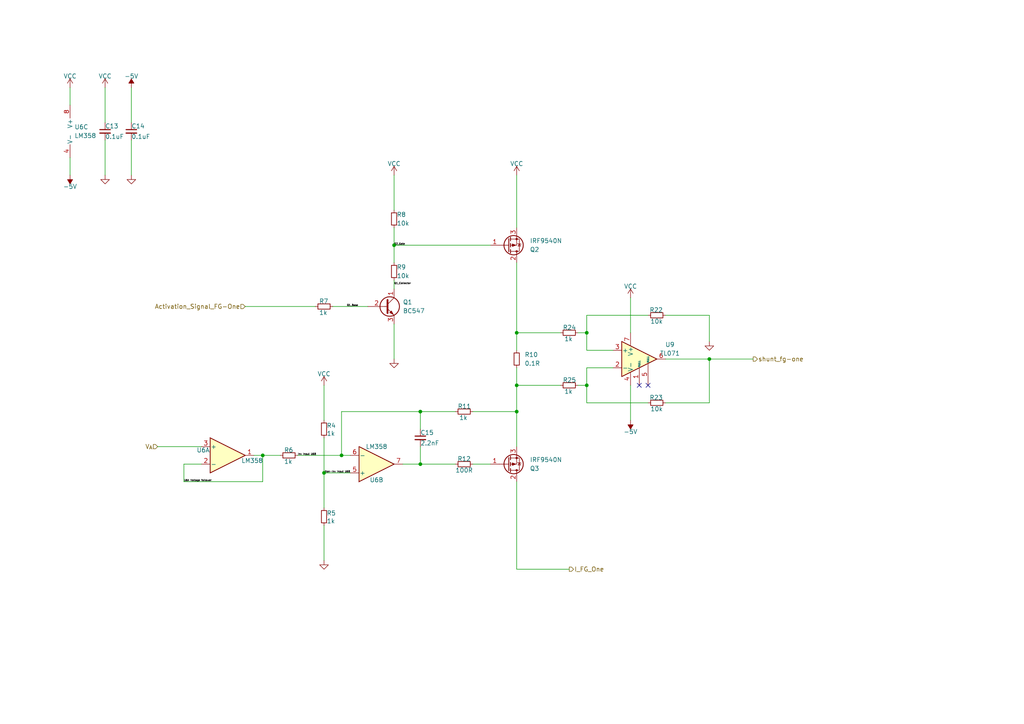
<source format=kicad_sch>
(kicad_sch (version 20230121) (generator eeschema)
  (paper "A4")
  (lib_symbols
    (symbol "Amplifier_Operational:LM358" (pin_names (offset 0.127))
      (property "Reference" "U" (at 0 5.08 0))
      (property "Value" "LM358" (at 0 -5.08 0))
      (symbol "LM358_1_1"
        (polyline (pts (xy -5.08 5.08) (xy 5.08 0) (xy -5.08 -5.08) (xy -5.08 5.08)) (stroke (width 0.254)) (fill (type background)))
        (pin output line (at 7.62 0 180) (length 2.54) (name "~") (number "1"))
        (pin input line (at -7.62 -2.54 0) (length 2.54) (name "-") (number "2"))
        (pin input line (at -7.62 2.54 0) (length 2.54) (name "+") (number "3"))
      )
      (symbol "LM358_2_1"
        (polyline (pts (xy -5.08 5.08) (xy 5.08 0) (xy -5.08 -5.08) (xy -5.08 5.08)) (stroke (width 0.254)) (fill (type background)))
        (pin input line (at -7.62 2.54 0) (length 2.54) (name "+") (number "5"))
        (pin input line (at -7.62 -2.54 0) (length 2.54) (name "-") (number "6"))
        (pin output line (at 7.62 0 180) (length 2.54) (name "~") (number "7"))
      )
      (symbol "LM358_3_1"
        (pin power_in line (at -2.54 -7.62 90) (length 3.81) (name "V-") (number "4"))
        (pin power_in line (at -2.54 7.62 270) (length 3.81) (name "V+") (number "8"))
      )
    )
    (symbol "Amplifier_Operational:TL071" (pin_names (offset 0.127))
      (property "Reference" "U" (at 0 6.35 0))
      (property "Value" "TL071" (at 0 3.81 0))
      (symbol "TL071_0_1"
        (polyline (pts (xy -5.08 5.08) (xy 5.08 0) (xy -5.08 -5.08) (xy -5.08 5.08)) (stroke (width 0.254)) (fill (type background)))
      )
      (symbol "TL071_1_1"
        (pin input line (at 0 -7.62 90) (length 5.08) (name "NULL") (number "1"))
        (pin input line (at -7.62 -2.54 0) (length 2.54) (name "-") (number "2"))
        (pin input line (at -7.62 2.54 0) (length 2.54) (name "+") (number "3"))
        (pin power_in line (at -2.54 -7.62 90) (length 3.81) (name "V-") (number "4"))
        (pin input line (at 2.54 -7.62 90) (length 6.35) (name "NULL") (number "5"))
        (pin output line (at 7.62 0 180) (length 2.54) (name "~") (number "6"))
        (pin power_in line (at -2.54 7.62 270) (length 3.81) (name "V+") (number "7"))
        (pin no_connect line (at 0 2.54 270) (length 2.54) hide (name "NC") (number "8"))
      )
    )
    (symbol "Device:C_Small" (pin_numbers hide) (pin_names (offset 0.254) hide)
      (property "Reference" "C" (at 0.254 1.778 0))
      (property "Value" "C_Small" (at 0.254 -2.032 0))
      (symbol "C_Small_0_1"
        (polyline (pts (xy -1.524 -0.508) (xy 1.524 -0.508)) (stroke (width 0.3302)))
        (polyline (pts (xy -1.524 0.508) (xy 1.524 0.508)) (stroke (width 0.3048)))
      )
      (symbol "C_Small_1_1"
        (pin passive line (at 0 2.54 270) (length 2.032) (name "~") (number "1"))
        (pin passive line (at 0 -2.54 90) (length 2.032) (name "~") (number "2"))
      )
    )
    (symbol "Device:R_Small" (pin_numbers hide) (pin_names (offset 0.254) hide)
      (property "Reference" "R" (at 0.762 0.508 0))
      (property "Value" "R_Small" (at 0.762 -1.016 0))
      (symbol "R_Small_0_1"
        (rectangle (start -0.762 1.778) (end 0.762 -1.778) (stroke (width 0.2032)))
      )
      (symbol "R_Small_1_1"
        (pin passive line (at 0 2.54 270) (length 0.762) (name "~") (number "1"))
        (pin passive line (at 0 -2.54 90) (length 0.762) (name "~") (number "2"))
      )
    )
    (symbol "Transistor_BJT:BC547" (pin_names (offset 0) hide)
      (property "Reference" "Q" (at 5.08 1.905 0))
      (property "Value" "BC547" (at 5.08 0 0))
      (symbol "BC547_0_1"
        (polyline (pts (xy 0 0) (xy 0.635 0)))
        (polyline (pts (xy 0.635 0.635) (xy 2.54 2.54)))
        (polyline (pts (xy 0.635 -0.635) (xy 2.54 -2.54) (xy 2.54 -2.54)))
        (polyline (pts (xy 0.635 1.905) (xy 0.635 -1.905) (xy 0.635 -1.905)) (stroke (width 0.508)))
        (polyline (pts (xy 1.27 -1.778) (xy 1.778 -1.27) (xy 2.286 -2.286) (xy 1.27 -1.778) (xy 1.27 -1.778)) (fill (type outline)))
        (circle (center 1.27 0) (radius 2.8194) (stroke (width 0.254)))
      )
      (symbol "BC547_1_1"
        (pin passive line (at 2.54 5.08 270) (length 2.54) (name "C") (number "1"))
        (pin input line (at -5.08 0 0) (length 5.08) (name "B") (number "2"))
        (pin passive line (at 2.54 -5.08 90) (length 2.54) (name "E") (number "3"))
      )
    )
    (symbol "Transistor_FET:IRF9540N" (pin_names hide)
      (property "Reference" "Q" (at 5.08 1.905 0))
      (property "Value" "IRF9540N" (at 5.08 0 0))
      (symbol "IRF9540N_0_1"
        (polyline (pts (xy 0.254 0) (xy -2.54 0)))
        (polyline (pts (xy 0.254 1.905) (xy 0.254 -1.905)) (stroke (width 0.254)))
        (polyline (pts (xy 0.762 -1.27) (xy 0.762 -2.286)) (stroke (width 0.254)))
        (polyline (pts (xy 0.762 0.508) (xy 0.762 -0.508)) (stroke (width 0.254)))
        (polyline (pts (xy 0.762 2.286) (xy 0.762 1.27)) (stroke (width 0.254)))
        (polyline (pts (xy 2.54 2.54) (xy 2.54 1.778)))
        (polyline (pts (xy 2.54 -2.54) (xy 2.54 0) (xy 0.762 0)))
        (polyline (pts (xy 0.762 1.778) (xy 3.302 1.778) (xy 3.302 -1.778) (xy 0.762 -1.778)))
        (polyline (pts (xy 2.286 0) (xy 1.27 0.381) (xy 1.27 -0.381) (xy 2.286 0)) (fill (type outline)))
        (polyline (pts (xy 2.794 -0.508) (xy 2.921 -0.381) (xy 3.683 -0.381) (xy 3.81 -0.254)))
        (polyline (pts (xy 3.302 -0.381) (xy 2.921 0.254) (xy 3.683 0.254) (xy 3.302 -0.381)))
        (circle (center 1.651 0) (radius 2.794) (stroke (width 0.254)))
        (circle (center 2.54 -1.778) (radius 0.254) (fill (type outline)))
        (circle (center 2.54 1.778) (radius 0.254) (fill (type outline)))
      )
      (symbol "IRF9540N_1_1"
        (pin input line (at -5.08 0 0) (length 2.54) (name "G") (number "1"))
        (pin passive line (at 2.54 5.08 270) (length 2.54) (name "D") (number "2"))
        (pin passive line (at 2.54 -5.08 90) (length 2.54) (name "S") (number "3"))
      )
    )
    (symbol "power:-5V" (power) (pin_names (offset 0))
      (property "Value" "-5V" (at 0 3.81 0))
      (symbol "-5V_0_0"
        (pin power_in line (at 0 0 90) (length 0) hide (name "-5V") (number "1"))
      )
      (symbol "-5V_0_1"
        (polyline (pts (xy 0 0) (xy 0 1.27) (xy 0.762 1.27) (xy 0 2.54) (xy -0.762 1.27) (xy 0 1.27)) (fill (type outline)))
      )
    )
    (symbol "power:GND" (power) (pin_names (offset 0))
      (property "Value" "GND" (at 0 -3.81 0))
      (symbol "GND_0_1"
        (polyline (pts (xy 0 0) (xy 0 -1.27) (xy 1.27 -1.27) (xy 0 -2.54) (xy -1.27 -1.27) (xy 0 -1.27)))
      )
      (symbol "GND_1_1"
        (pin power_in line (at 0 0 270) (length 0) hide (name "GND") (number "1"))
      )
    )
    (symbol "power:VCC" (power) (pin_names (offset 0))
      (property "Value" "VCC" (at 0 3.81 0))
      (symbol "VCC_0_1"
        (polyline (pts (xy -0.762 1.27) (xy 0 2.54)))
        (polyline (pts (xy 0 0) (xy 0 2.54)))
        (polyline (pts (xy 0 2.54) (xy 0.762 1.27)))
      )
      (symbol "VCC_1_1"
        (pin power_in line (at 0 0 90) (length 0) hide (name "VCC") (number "1"))
      )
    )
  )
  (junction (at 149.86 96.52))
  (junction (at 149.86 119.38))
  (junction (at 205.74 104.14))
  (junction (at 99.06 132.08))
  (junction (at 93.98 137.16))
  (junction (at 114.3 71.12))
  (junction (at 121.92 134.62))
  (junction (at 170.18 96.52))
  (junction (at 170.18 111.76))
  (junction (at 121.92 119.38))
  (junction (at 149.86 111.76))
  (junction (at 76.2 132.08))
  (no_connect (at 187.96 111.76))
  (no_connect (at 185.42 111.76))
  (wire (pts (xy 149.86 111.76) (xy 162.56 111.76)))
  (wire (pts (xy 193.04 104.14) (xy 205.74 104.14)))
  (wire (pts (xy 193.04 116.84) (xy 205.74 116.84)))
  (wire (pts (xy 93.98 111.76) (xy 93.98 121.92)))
  (wire (pts (xy 20.32 25.4) (xy 20.32 30.48)))
  (wire (pts (xy 137.16 134.62) (xy 142.24 134.62)))
  (wire (pts (xy 93.98 127) (xy 93.98 137.16)))
  (wire (pts (xy 38.1 25.4) (xy 38.1 35.56)))
  (wire (pts (xy 177.8 106.68) (xy 170.18 106.68)))
  (wire (pts (xy 170.18 106.68) (xy 170.18 111.76)))
  (wire (pts (xy 170.18 116.84) (xy 187.96 116.84)))
  (wire (pts (xy 193.04 91.44) (xy 205.74 91.44)))
  (wire (pts (xy 142.24 71.12) (xy 114.3 71.12)))
  (wire (pts (xy 20.32 45.72) (xy 20.32 50.8)))
  (wire (pts (xy 30.48 25.4) (xy 30.48 35.56)))
  (wire (pts (xy 170.18 101.6) (xy 170.18 96.52)))
  (wire (pts (xy 114.3 81.28) (xy 114.3 83.82)))
  (wire (pts (xy 38.1 40.64) (xy 38.1 50.8)))
  (wire (pts (xy 177.8 101.6) (xy 170.18 101.6)))
  (wire (pts (xy 205.74 104.14) (xy 218.44 104.14)))
  (wire (pts (xy 132.08 119.38) (xy 121.92 119.38)))
  (wire (pts (xy 149.86 165.1) (xy 165.1 165.1)))
  (wire (pts (xy 149.86 96.52) (xy 149.86 101.6)))
  (wire (pts (xy 93.98 137.16) (xy 93.98 147.32)))
  (wire (pts (xy 121.92 119.38) (xy 121.92 124.46)))
  (wire (pts (xy 149.86 76.2) (xy 149.86 96.52)))
  (wire (pts (xy 167.64 96.52) (xy 170.18 96.52)))
  (wire (pts (xy 121.92 119.38) (xy 99.06 119.38)))
  (wire (pts (xy 121.92 129.54) (xy 121.92 134.62)))
  (wire (pts (xy 73.66 132.08) (xy 76.2 132.08)))
  (wire (pts (xy 167.64 111.76) (xy 170.18 111.76)))
  (wire (pts (xy 71.12 88.9) (xy 91.44 88.9)))
  (wire (pts (xy 114.3 50.8) (xy 114.3 60.96)))
  (wire (pts (xy 76.2 132.08) (xy 81.28 132.08)))
  (wire (pts (xy 149.86 111.76) (xy 149.86 119.38)))
  (wire (pts (xy 149.86 50.8) (xy 149.86 66.04)))
  (wire (pts (xy 58.42 134.62) (xy 53.34 134.62)))
  (wire (pts (xy 30.48 40.64) (xy 30.48 50.8)))
  (wire (pts (xy 45.72 129.54) (xy 58.42 129.54)))
  (wire (pts (xy 99.06 132.08) (xy 101.6 132.08)))
  (wire (pts (xy 170.18 116.84) (xy 170.18 111.76)))
  (wire (pts (xy 149.86 139.7) (xy 149.86 165.1)))
  (wire (pts (xy 53.34 134.62) (xy 53.34 139.7)))
  (wire (pts (xy 93.98 152.4) (xy 93.98 162.56)))
  (wire (pts (xy 114.3 71.12) (xy 114.3 76.2)))
  (wire (pts (xy 149.86 119.38) (xy 149.86 129.54)))
  (wire (pts (xy 53.34 139.7) (xy 76.2 139.7)))
  (wire (pts (xy 114.3 93.98) (xy 114.3 104.14)))
  (wire (pts (xy 182.88 86.36) (xy 182.88 96.52)))
  (wire (pts (xy 149.86 96.52) (xy 162.56 96.52)))
  (wire (pts (xy 149.86 106.68) (xy 149.86 111.76)))
  (wire (pts (xy 116.84 134.62) (xy 121.92 134.62)))
  (wire (pts (xy 170.18 91.44) (xy 170.18 96.52)))
  (wire (pts (xy 114.3 66.04) (xy 114.3 71.12)))
  (wire (pts (xy 86.36 132.08) (xy 99.06 132.08)))
  (wire (pts (xy 99.06 119.38) (xy 99.06 132.08)))
  (wire (pts (xy 205.74 91.44) (xy 205.74 99.06)))
  (wire (pts (xy 137.16 119.38) (xy 149.86 119.38)))
  (wire (pts (xy 93.98 137.16) (xy 101.6 137.16)))
  (wire (pts (xy 76.2 139.7) (xy 76.2 132.08)))
  (wire (pts (xy 96.52 88.9) (xy 106.68 88.9)))
  (wire (pts (xy 182.88 111.76) (xy 182.88 121.92)))
  (wire (pts (xy 170.18 91.44) (xy 187.96 91.44)))
  (wire (pts (xy 121.92 134.62) (xy 132.08 134.62)))
  (wire (pts (xy 205.74 116.84) (xy 205.74 104.14)))
  (label "Q2_Gate" (at 114.3 71.12 0) (effects (font (size 0.5 0.5))))
  (label "Q1_Collector" (at 114.3 82.55 0) (effects (font (size 0.5 0.5))))
  (label "Inv Input U6B" (at 86.36 132.08 0) (effects (font (size 0.5 0.5))))
  (label "U6A Voltage follower" (at 53.34 139.7 0) (effects (font (size 0.5 0.5))))
  (label "Q1_Base" (at 100.584 88.9 0) (effects (font (size 0.5 0.5))))
  (label "Non-Inv Input U6B" (at 101.6 137.16 180) (effects (font (size 0.5 0.5))))
  (hierarchical_label "V_{A}" (shape input) (at 45.72 129.54 180))
  (hierarchical_label "Activation_Signal_FG-One" (shape input) (at 71.12 88.9 180))
  (hierarchical_label "I_FG_One" (shape output) (at 165.1 165.1 0))
  (hierarchical_label "shunt_fg-one" (shape output) (at 218.44 104.14 0))
  (symbol (lib_id "Device:R_Small") (at 93.98 124.46 0) (unit 1)
    (property "Reference" "R4" (at 94.742 123.444 0) (effects (justify left)))
    (property "Value" "1k" (at 94.742 125.73 0) (effects (justify left)))
    (property "Footprint" "Resistor_THT:R_Axial_DIN0207_L6.3mm_D2.5mm_P10.16mm_Horizontal" (effects hide))
    (property "Datasheet" "https://www.seielect.com/catalog/sei-cf_cfm.pdf" (effects hide))
    (property "Manufacturer" "Stackpole Electronics Inc" (effects hide))
    (property "Part Nr. " "CF14JT1K00" (effects hide))
  )
  (symbol (lib_id "Transistor_FET:IRF9540N") (at 147.32 71.12 0) (mirror x) (unit 1)
    (property "Reference" "Q2" (at 153.67 72.39 0) (effects (justify left)))
    (property "Value" "IRF9540N" (at 153.67 69.85 0) (effects (justify left)))
    (property "Footprint" "Package_TO_SOT_THT:TO-220-3_Vertical" (effects hide))
    (property "Datasheet" "http://www.irf.com/product-info/datasheets/data/irf9540n.pdf" (effects hide))
  )
  (symbol (lib_id "Amplifier_Operational:TL071") (at 185.42 104.14 0) (unit 1)
    (property "Reference" "U9" (at 194.31 99.9491 0))
    (property "Value" "TL071" (at 194.31 102.4891 0))
    (property "Footprint" "Package_DIP:DIP-8_W7.62mm" (effects hide))
    (property "Datasheet" "http://www.ti.com/lit/ds/symlink/tl071.pdf" (effects hide))
  )
  (symbol (lib_id "Device:C_Small") (at 38.1 38.1 0) (unit 1)
    (property "Reference" "C14" (at 38.1 36.576 0) (effects (justify left)))
    (property "Value" "0.1uF" (at 38.1 39.624 0) (effects (justify left)))
    (property "Footprint" "Capacitor_THT:C_Disc_D5.1mm_W3.2mm_P5.00mm" (effects hide))
    (property "Datasheet" "https://datasheets.kyocera-avx.com/SR-Series.pdf" (effects hide))
    (property "Part Nr. " "SR211C104KARTR1" (effects hide))
    (property "Manufacturer" "KYOCERA AVX" (effects hide))
  )
  (symbol (lib_id "Amplifier_Operational:LM358") (at 109.22 134.62 0) (mirror x) (unit 2)
    (property "Reference" "U6" (at 109.22 139.192 0))
    (property "Value" "LM358" (at 109.22 129.54 0))
    (property "Footprint" "Package_DIP:DIP-8_W7.62mm" (effects hide))
    (property "Datasheet" "http://www.ti.com/lit/ds/symlink/lm2904-n.pdf" (effects hide))
  )
  (symbol (lib_id "Device:R_Small") (at 165.1 111.76 90) (unit 1)
    (property "Reference" "R25" (at 167.132 110.236 90) (effects (justify left)))
    (property "Value" "1k" (at 166.116 113.538 90) (effects (justify left)))
    (property "Footprint" "Resistor_THT:R_Axial_DIN0207_L6.3mm_D2.5mm_P10.16mm_Horizontal" (effects hide))
    (property "Datasheet" "https://www.seielect.com/catalog/sei-cf_cfm.pdf" (effects hide))
    (property "Manufacturer" "Stackpole Electronics Inc" (effects hide))
    (property "Part Nr. " "CF14JT1K00" (effects hide))
  )
  (symbol (lib_id "power:VCC") (at 149.86 50.8 0) (unit 1)
    (property "Reference" "#PWR037" (effects hide))
    (property "Value" "VCC" (at 149.86 47.498 0))
    (instances (project "fg_lampe" (path "" (reference "#PWR037") (unit 1)) (path "" (reference "#PWR045") (unit 1))))
  )
  (symbol (lib_id "power:GND") (at 205.74 99.06 0) (unit 1)
    (property "Reference" "#PWR039" (effects hide))
    (property "Value" "GND" (effects hide))
    (instances (project "fg_lampe" (path "" (reference "#PWR039") (unit 1)) (path "" (reference "#PWR063") (unit 1))))
  )
  (symbol (lib_id "Device:R_Small") (at 149.86 104.14 0) (unit 1)
    (property "Reference" "R10" (at 152.146 102.87 0) (effects (justify left)))
    (property "Value" "0.1R" (at 152.146 105.41 0) (effects (justify left)))
    (property "Footprint" "Resistor_THT:R_Axial_DIN0516_L15.5mm_D5.0mm_P20.32mm_Horizontal" (effects hide))
    (property "Datasheet" "https://www.vishay.com/docs/28730/acac-at.pdf" (effects hide))
    (property "Manufacturer" "Vishay Beyschlag/Draloric/BC Components" (effects hide))
    (property "Part Nr." "AC03000001007JAC00" (effects hide))
  )
  (symbol (lib_id "Device:R_Small") (at 93.98 88.9 90) (unit 1)
    (property "Reference" "R7" (at 95.25 87.376 90) (effects (justify left)))
    (property "Value" "1k" (at 94.996 90.678 90) (effects (justify left)))
    (property "Footprint" "Resistor_THT:R_Axial_DIN0207_L6.3mm_D2.5mm_P10.16mm_Horizontal" (effects hide))
    (property "Datasheet" "https://www.seielect.com/catalog/sei-cf_cfm.pdf" (effects hide))
    (property "Manufacturer" "Stackpole Electronics Inc" (effects hide))
    (property "Part Nr. " "CF14JT1K00" (effects hide))
  )
  (symbol (lib_id "power:GND") (at 93.98 162.56 0) (unit 1)
    (property "Reference" "#PWR039" (effects hide))
    (property "Value" "GND" (effects hide))
    (instances (project "fg_lampe" (path "" (reference "#PWR039") (unit 1)) (path "" (reference "#PWR041") (unit 1))))
  )
  (symbol (lib_id "Device:R_Small") (at 190.5 116.84 90) (unit 1)
    (property "Reference" "R23" (at 192.278 115.316 90) (effects (justify left)))
    (property "Value" "10k" (at 192.278 118.618 90) (effects (justify left)))
    (property "Footprint" "Resistor_THT:R_Axial_DIN0207_L6.3mm_D2.5mm_P10.16mm_Horizontal" (effects hide))
    (property "Datasheet" "https://www.digikey.de/de/models/1741265" (effects hide))
    (property "Part Nr." "CF14JT10K0" (effects hide))
  )
  (symbol (lib_id "Transistor_FET:IRF9540N") (at 147.32 134.62 0) (mirror x) (unit 1)
    (property "Reference" "Q3" (at 153.67 135.89 0) (effects (justify left)))
    (property "Value" "IRF9540N" (at 153.67 133.35 0) (effects (justify left)))
    (property "Footprint" "Package_TO_SOT_THT:TO-220-3_Vertical" (effects hide))
    (property "Datasheet" "http://www.irf.com/product-info/datasheets/data/irf9540n.pdf" (effects hide))
  )
  (symbol (lib_id "Device:C_Small") (at 121.92 127 0) (unit 1)
    (property "Reference" "C15" (at 121.92 125.476 0) (effects (justify left)))
    (property "Value" "2.2nF" (at 121.92 128.524 0) (effects (justify left)))
    (property "Footprint" "Capacitor_THT:C_Disc_D5.1mm_W3.2mm_P5.00mm" (effects hide))
    (property "Datasheet" "https://connect.kemet.com:7667/gateway/IntelliData-ComponentDocumentation/1.0/download/datasheet/C322C102K1R5TA.pdf" (effects hide))
    (property "Manufacturer" "KEMET" (effects hide))
    (property "Part Nr." "C322C222K5R5TA" (effects hide))
  )
  (symbol (lib_id "power:GND") (at 30.48 50.8 0) (unit 1)
    (property "Reference" "#PWR038" (effects hide))
    (property "Value" "GND" (effects hide))
  )
  (symbol (lib_id "power:GND") (at 114.3 104.14 0) (unit 1)
    (property "Reference" "#PWR039" (effects hide))
    (property "Value" "GND" (effects hide))
    (instances (project "fg_lampe" (path "" (reference "#PWR039") (unit 1)) (path "" (reference "#PWR043") (unit 1))))
  )
  (symbol (lib_id "power:GND") (at 38.1 50.8 0) (unit 1)
    (property "Reference" "#PWR039" (effects hide))
    (property "Value" "GND" (effects hide))
    (instances (project "fg_lampe" (path "" (reference "#PWR039") (unit 1)) (path "" (reference "#PWR040") (unit 1))))
  )
  (symbol (lib_id "Amplifier_Operational:LM358") (at 22.86 38.1 0) (unit 3)
    (property "Reference" "U6" (at 21.59 36.83 0) (effects (justify left)))
    (property "Value" "LM358" (at 21.59 39.37 0) (effects (justify left)))
    (property "Footprint" "Package_DIP:DIP-8_W7.62mm" (effects hide))
    (property "Datasheet" "http://www.ti.com/lit/ds/symlink/lm2904-n.pdf" (effects hide))
  )
  (symbol (lib_id "power:-5V") (at 38.1 25.4 0) (unit 1)
    (property "Reference" "#PWR040" (effects hide))
    (property "Value" "-5V" (at 38.1 22.098 0))
    (instances (project "fg_lampe" (path "" (reference "#PWR040") (unit 1)) (path "" (reference "#PWR039") (unit 1))))
  )
  (symbol (lib_id "power:VCC") (at 20.32 25.4 0) (unit 1)
    (property "Reference" "#PWR035" (effects hide))
    (property "Value" "VCC" (at 20.32 22.098 0))
  )
  (symbol (lib_id "Device:R_Small") (at 190.5 91.44 90) (unit 1)
    (property "Reference" "R22" (at 192.278 89.916 90) (effects (justify left)))
    (property "Value" "10k" (at 192.278 93.218 90) (effects (justify left)))
    (property "Footprint" "Resistor_THT:R_Axial_DIN0207_L6.3mm_D2.5mm_P10.16mm_Horizontal" (effects hide))
    (property "Datasheet" "https://www.digikey.de/de/models/1741265" (effects hide))
    (property "Part Nr." "CF14JT10K0" (effects hide))
  )
  (symbol (lib_id "Device:R_Small") (at 93.98 149.86 0) (unit 1)
    (property "Reference" "R5" (at 94.742 148.844 0) (effects (justify left)))
    (property "Value" "1k" (at 94.742 151.13 0) (effects (justify left)))
    (property "Footprint" "Resistor_THT:R_Axial_DIN0207_L6.3mm_D2.5mm_P10.16mm_Horizontal" (effects hide))
    (property "Datasheet" "https://www.seielect.com/catalog/sei-cf_cfm.pdf" (effects hide))
    (property "Manufacturer" "Stackpole Electronics Inc" (effects hide))
    (property "Part Nr. " "CF14JT1K00" (effects hide))
  )
  (symbol (lib_id "Amplifier_Operational:LM358") (at 66.04 132.08 0) (unit 1)
    (property "Reference" "U6" (at 58.928 130.556 0))
    (property "Value" "LM358" (at 73.152 133.604 0))
    (property "Footprint" "Package_DIP:DIP-8_W7.62mm" (effects hide))
    (property "Datasheet" "http://www.ti.com/lit/ds/symlink/lm2904-n.pdf" (effects hide))
  )
  (symbol (lib_id "power:-5V") (at 182.88 121.92 180) (unit 1)
    (property "Reference" "#PWR036" (effects hide))
    (property "Value" "-5V" (at 182.88 125.222 0))
    (instances (project "fg_lampe" (path "" (reference "#PWR036") (unit 1)) (path "" (reference "#PWR065") (unit 1))))
  )
  (symbol (lib_id "Device:R_Small") (at 114.3 63.5 0) (unit 1)
    (property "Reference" "R8" (at 115.062 62.23 0) (effects (justify left)))
    (property "Value" "10k" (at 115.062 64.77 0) (effects (justify left)))
    (property "Footprint" "Resistor_THT:R_Axial_DIN0207_L6.3mm_D2.5mm_P10.16mm_Horizontal" (effects hide))
    (property "Datasheet" "https://www.digikey.de/de/models/1741265" (effects hide))
    (property "Part Nr." "CF14JT10K0" (effects hide))
  )
  (symbol (lib_id "Device:R_Small") (at 134.62 119.38 90) (unit 1)
    (property "Reference" "R11" (at 136.652 117.856 90) (effects (justify left)))
    (property "Value" "1k" (at 135.636 121.158 90) (effects (justify left)))
    (property "Footprint" "Resistor_THT:R_Axial_DIN0207_L6.3mm_D2.5mm_P10.16mm_Horizontal" (effects hide))
    (property "Datasheet" "https://www.seielect.com/catalog/sei-cf_cfm.pdf" (effects hide))
    (property "Manufacturer" "Stackpole Electronics Inc" (effects hide))
    (property "Part Nr. " "CF14JT1K00" (effects hide))
  )
  (symbol (lib_id "Device:R_Small") (at 114.3 78.74 0) (unit 1)
    (property "Reference" "R9" (at 115.062 77.47 0) (effects (justify left)))
    (property "Value" "10k" (at 115.062 80.01 0) (effects (justify left)))
    (property "Footprint" "Resistor_THT:R_Axial_DIN0207_L6.3mm_D2.5mm_P10.16mm_Horizontal" (effects hide))
    (property "Datasheet" "https://www.digikey.de/de/models/1741265" (effects hide))
    (property "Part Nr." "CF14JT10K0" (effects hide))
  )
  (symbol (lib_id "power:VCC") (at 93.98 111.76 0) (unit 1)
    (property "Reference" "#PWR037" (effects hide))
    (property "Value" "VCC" (at 93.98 108.458 0))
    (instances (project "fg_lampe" (path "" (reference "#PWR037") (unit 1)) (path "" (reference "#PWR042") (unit 1))))
  )
  (symbol (lib_id "Device:R_Small") (at 83.82 132.08 90) (unit 1)
    (property "Reference" "R6" (at 85.09 130.556 90) (effects (justify left)))
    (property "Value" "1k" (at 84.836 133.858 90) (effects (justify left)))
    (property "Footprint" "Resistor_THT:R_Axial_DIN0207_L6.3mm_D2.5mm_P10.16mm_Horizontal" (effects hide))
    (property "Datasheet" "https://www.seielect.com/catalog/sei-cf_cfm.pdf" (effects hide))
    (property "Manufacturer" "Stackpole Electronics Inc" (effects hide))
    (property "Part Nr. " "CF14JT1K00" (effects hide))
  )
  (symbol (lib_id "power:VCC") (at 30.48 25.4 0) (unit 1)
    (property "Reference" "#PWR037" (effects hide))
    (property "Value" "VCC" (at 30.48 22.098 0))
  )
  (symbol (lib_id "Device:R_Small") (at 134.62 134.62 90) (unit 1)
    (property "Reference" "R12" (at 134.62 133.096 90))
    (property "Value" "100R" (at 134.62 136.398 90))
    (property "Footprint" "Resistor_THT:R_Axial_DIN0207_L6.3mm_D2.5mm_P10.16mm_Horizontal" (effects hide))
    (property "Datasheet" "https://www.seielect.com/catalog/sei-cf_cfm.pdf" (effects hide))
    (property "Manufacturer" "Stackpole Electronics Inc" (effects hide))
    (property "Part Nr." "CF14JT100R" (effects hide))
  )
  (symbol (lib_id "power:VCC") (at 114.3 50.8 0) (unit 1)
    (property "Reference" "#PWR037" (effects hide))
    (property "Value" "VCC" (at 114.3 47.498 0))
    (instances (project "fg_lampe" (path "" (reference "#PWR037") (unit 1)) (path "" (reference "#PWR044") (unit 1))))
  )
  (symbol (lib_id "Device:C_Small") (at 30.48 38.1 0) (unit 1)
    (property "Reference" "C13" (at 30.48 36.576 0) (effects (justify left)))
    (property "Value" "0.1uF" (at 30.48 39.624 0) (effects (justify left)))
    (property "Footprint" "Capacitor_THT:C_Disc_D5.1mm_W3.2mm_P5.00mm" (effects hide))
    (property "Datasheet" "https://datasheets.kyocera-avx.com/SR-Series.pdf" (effects hide))
    (property "Part Nr. " "SR211C104KARTR1" (effects hide))
    (property "Manufacturer" "KYOCERA AVX" (effects hide))
  )
  (symbol (lib_id "Transistor_BJT:BC547") (at 111.76 88.9 0) (unit 1)
    (property "Reference" "Q1" (at 116.84 87.63 0) (effects (justify left)))
    (property "Value" "BC547" (at 116.84 90.17 0) (effects (justify left)))
    (property "Footprint" "Package_TO_SOT_THT:TO-92" (effects hide))
    (property "Datasheet" "https://www.onsemi.com/pub/Collateral/BC550-D.pdf" (effects hide))
  )
  (symbol (lib_id "power:-5V") (at 20.32 50.8 180) (unit 1)
    (property "Reference" "#PWR036" (effects hide))
    (property "Value" "-5V" (at 20.32 54.102 0))
  )
  (symbol (lib_id "power:VCC") (at 182.88 86.36 0) (unit 1)
    (property "Reference" "#PWR035" (effects hide))
    (property "Value" "VCC" (at 182.88 83.058 0))
    (instances (project "fg_lampe" (path "" (reference "#PWR035") (unit 1)) (path "" (reference "#PWR064") (unit 1))))
  )
  (symbol (lib_id "Device:R_Small") (at 165.1 96.52 90) (unit 1)
    (property "Reference" "R24" (at 167.132 94.996 90) (effects (justify left)))
    (property "Value" "1k" (at 166.116 98.298 90) (effects (justify left)))
    (property "Footprint" "Resistor_THT:R_Axial_DIN0207_L6.3mm_D2.5mm_P10.16mm_Horizontal" (effects hide))
    (property "Datasheet" "https://www.seielect.com/catalog/sei-cf_cfm.pdf" (effects hide))
    (property "Manufacturer" "Stackpole Electronics Inc" (effects hide))
    (property "Part Nr. " "CF14JT1K00" (effects hide))
  )
)
</source>
